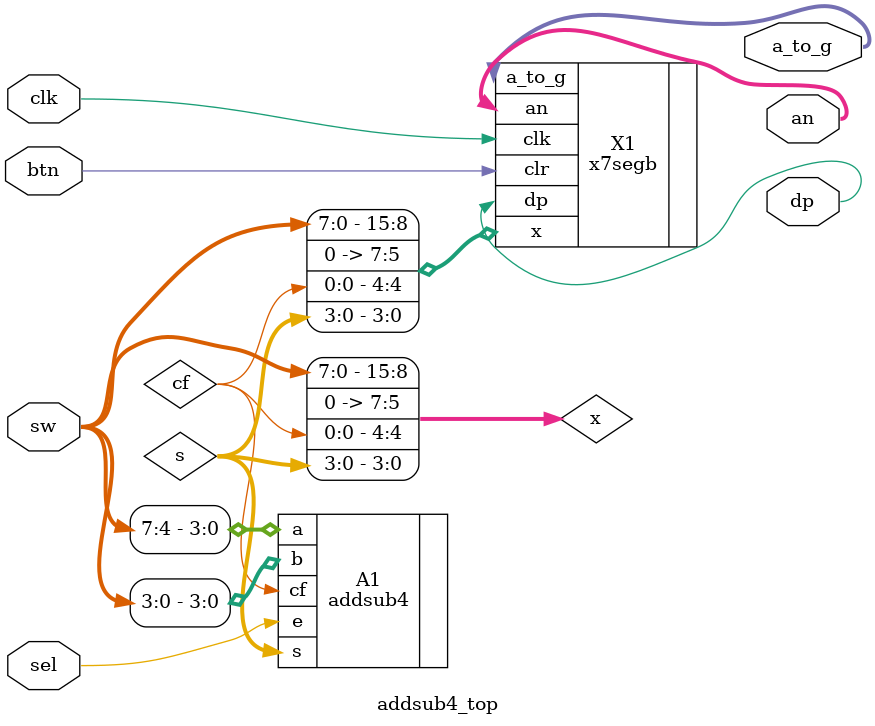
<source format=v>
module addsub4_top(
  input wire clk,
  input wire btn,
  input wire [7:0] sw,
  input wire sel,
  output wire [6:0] a_to_g,
  output wire [3:0] an,
  output wire dp
);
  wire [15:0] x;
  wire cf;
  wire [3:0] s;
  assign x[15:12] = sw[7:4];
  assign x[11:8] = sw[3:0];
  assign x[7:4] = {3'b000,cf};
  assign x[3:0] = s;
  addsub4 A1 (.a(sw[7:4]),
              .b(sw[3:0]),
			  .e(sel),
			  .s(s),
			  .cf(cf)  
  );
  x7segb X1 (.x(x),
            .clk(clk),
			.clr(btn),
			.a_to_g(a_to_g),
			.an(an),
			.dp(dp)
  );
endmodule
</source>
